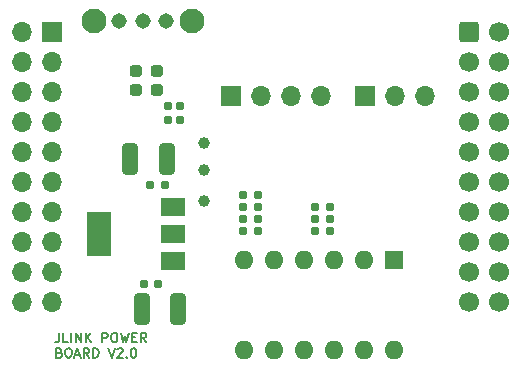
<source format=gbr>
%TF.GenerationSoftware,KiCad,Pcbnew,7.0.6*%
%TF.CreationDate,2024-02-05T23:01:21+08:00*%
%TF.ProjectId,jlink_power,6a6c696e-6b5f-4706-9f77-65722e6b6963,rev?*%
%TF.SameCoordinates,Original*%
%TF.FileFunction,Soldermask,Top*%
%TF.FilePolarity,Negative*%
%FSLAX46Y46*%
G04 Gerber Fmt 4.6, Leading zero omitted, Abs format (unit mm)*
G04 Created by KiCad (PCBNEW 7.0.6) date 2024-02-05 23:01:21*
%MOMM*%
%LPD*%
G01*
G04 APERTURE LIST*
G04 Aperture macros list*
%AMRoundRect*
0 Rectangle with rounded corners*
0 $1 Rounding radius*
0 $2 $3 $4 $5 $6 $7 $8 $9 X,Y pos of 4 corners*
0 Add a 4 corners polygon primitive as box body*
4,1,4,$2,$3,$4,$5,$6,$7,$8,$9,$2,$3,0*
0 Add four circle primitives for the rounded corners*
1,1,$1+$1,$2,$3*
1,1,$1+$1,$4,$5*
1,1,$1+$1,$6,$7*
1,1,$1+$1,$8,$9*
0 Add four rect primitives between the rounded corners*
20,1,$1+$1,$2,$3,$4,$5,0*
20,1,$1+$1,$4,$5,$6,$7,0*
20,1,$1+$1,$6,$7,$8,$9,0*
20,1,$1+$1,$8,$9,$2,$3,0*%
G04 Aperture macros list end*
%ADD10C,0.200000*%
%ADD11O,1.700000X1.700000*%
%ADD12R,1.700000X1.700000*%
%ADD13C,1.000000*%
%ADD14RoundRect,0.160000X0.160000X-0.197500X0.160000X0.197500X-0.160000X0.197500X-0.160000X-0.197500X0*%
%ADD15RoundRect,0.237500X0.287500X0.237500X-0.287500X0.237500X-0.287500X-0.237500X0.287500X-0.237500X0*%
%ADD16C,1.700000*%
%ADD17RoundRect,0.250000X-0.600000X-0.600000X0.600000X-0.600000X0.600000X0.600000X-0.600000X0.600000X0*%
%ADD18C,2.100000*%
%ADD19C,1.308000*%
%ADD20R,1.600000X1.600000*%
%ADD21O,1.600000X1.600000*%
%ADD22R,2.000000X1.500000*%
%ADD23R,2.000000X3.800000*%
%ADD24RoundRect,0.160000X0.197500X0.160000X-0.197500X0.160000X-0.197500X-0.160000X0.197500X-0.160000X0*%
%ADD25RoundRect,0.160000X-0.197500X-0.160000X0.197500X-0.160000X0.197500X0.160000X-0.197500X0.160000X0*%
%ADD26RoundRect,0.250000X-0.400000X-1.075000X0.400000X-1.075000X0.400000X1.075000X-0.400000X1.075000X0*%
%ADD27RoundRect,0.250000X0.400000X1.075000X-0.400000X1.075000X-0.400000X-1.075000X0.400000X-1.075000X0*%
G04 APERTURE END LIST*
D10*
X54398625Y-96863695D02*
X54398625Y-97435123D01*
X54398625Y-97435123D02*
X54360530Y-97549409D01*
X54360530Y-97549409D02*
X54284339Y-97625600D01*
X54284339Y-97625600D02*
X54170054Y-97663695D01*
X54170054Y-97663695D02*
X54093863Y-97663695D01*
X55160530Y-97663695D02*
X54779578Y-97663695D01*
X54779578Y-97663695D02*
X54779578Y-96863695D01*
X55427197Y-97663695D02*
X55427197Y-96863695D01*
X55808149Y-97663695D02*
X55808149Y-96863695D01*
X55808149Y-96863695D02*
X56265292Y-97663695D01*
X56265292Y-97663695D02*
X56265292Y-96863695D01*
X56646244Y-97663695D02*
X56646244Y-96863695D01*
X57103387Y-97663695D02*
X56760529Y-97206552D01*
X57103387Y-96863695D02*
X56646244Y-97320838D01*
X58055768Y-97663695D02*
X58055768Y-96863695D01*
X58055768Y-96863695D02*
X58360530Y-96863695D01*
X58360530Y-96863695D02*
X58436720Y-96901790D01*
X58436720Y-96901790D02*
X58474815Y-96939885D01*
X58474815Y-96939885D02*
X58512911Y-97016076D01*
X58512911Y-97016076D02*
X58512911Y-97130361D01*
X58512911Y-97130361D02*
X58474815Y-97206552D01*
X58474815Y-97206552D02*
X58436720Y-97244647D01*
X58436720Y-97244647D02*
X58360530Y-97282742D01*
X58360530Y-97282742D02*
X58055768Y-97282742D01*
X59008149Y-96863695D02*
X59160530Y-96863695D01*
X59160530Y-96863695D02*
X59236720Y-96901790D01*
X59236720Y-96901790D02*
X59312911Y-96977980D01*
X59312911Y-96977980D02*
X59351006Y-97130361D01*
X59351006Y-97130361D02*
X59351006Y-97397028D01*
X59351006Y-97397028D02*
X59312911Y-97549409D01*
X59312911Y-97549409D02*
X59236720Y-97625600D01*
X59236720Y-97625600D02*
X59160530Y-97663695D01*
X59160530Y-97663695D02*
X59008149Y-97663695D01*
X59008149Y-97663695D02*
X58931958Y-97625600D01*
X58931958Y-97625600D02*
X58855768Y-97549409D01*
X58855768Y-97549409D02*
X58817672Y-97397028D01*
X58817672Y-97397028D02*
X58817672Y-97130361D01*
X58817672Y-97130361D02*
X58855768Y-96977980D01*
X58855768Y-96977980D02*
X58931958Y-96901790D01*
X58931958Y-96901790D02*
X59008149Y-96863695D01*
X59617672Y-96863695D02*
X59808148Y-97663695D01*
X59808148Y-97663695D02*
X59960529Y-97092266D01*
X59960529Y-97092266D02*
X60112910Y-97663695D01*
X60112910Y-97663695D02*
X60303387Y-96863695D01*
X60608149Y-97244647D02*
X60874815Y-97244647D01*
X60989101Y-97663695D02*
X60608149Y-97663695D01*
X60608149Y-97663695D02*
X60608149Y-96863695D01*
X60608149Y-96863695D02*
X60989101Y-96863695D01*
X61789102Y-97663695D02*
X61522435Y-97282742D01*
X61331959Y-97663695D02*
X61331959Y-96863695D01*
X61331959Y-96863695D02*
X61636721Y-96863695D01*
X61636721Y-96863695D02*
X61712911Y-96901790D01*
X61712911Y-96901790D02*
X61751006Y-96939885D01*
X61751006Y-96939885D02*
X61789102Y-97016076D01*
X61789102Y-97016076D02*
X61789102Y-97130361D01*
X61789102Y-97130361D02*
X61751006Y-97206552D01*
X61751006Y-97206552D02*
X61712911Y-97244647D01*
X61712911Y-97244647D02*
X61636721Y-97282742D01*
X61636721Y-97282742D02*
X61331959Y-97282742D01*
X54436720Y-98532647D02*
X54551006Y-98570742D01*
X54551006Y-98570742D02*
X54589101Y-98608838D01*
X54589101Y-98608838D02*
X54627197Y-98685028D01*
X54627197Y-98685028D02*
X54627197Y-98799314D01*
X54627197Y-98799314D02*
X54589101Y-98875504D01*
X54589101Y-98875504D02*
X54551006Y-98913600D01*
X54551006Y-98913600D02*
X54474816Y-98951695D01*
X54474816Y-98951695D02*
X54170054Y-98951695D01*
X54170054Y-98951695D02*
X54170054Y-98151695D01*
X54170054Y-98151695D02*
X54436720Y-98151695D01*
X54436720Y-98151695D02*
X54512911Y-98189790D01*
X54512911Y-98189790D02*
X54551006Y-98227885D01*
X54551006Y-98227885D02*
X54589101Y-98304076D01*
X54589101Y-98304076D02*
X54589101Y-98380266D01*
X54589101Y-98380266D02*
X54551006Y-98456457D01*
X54551006Y-98456457D02*
X54512911Y-98494552D01*
X54512911Y-98494552D02*
X54436720Y-98532647D01*
X54436720Y-98532647D02*
X54170054Y-98532647D01*
X55122435Y-98151695D02*
X55274816Y-98151695D01*
X55274816Y-98151695D02*
X55351006Y-98189790D01*
X55351006Y-98189790D02*
X55427197Y-98265980D01*
X55427197Y-98265980D02*
X55465292Y-98418361D01*
X55465292Y-98418361D02*
X55465292Y-98685028D01*
X55465292Y-98685028D02*
X55427197Y-98837409D01*
X55427197Y-98837409D02*
X55351006Y-98913600D01*
X55351006Y-98913600D02*
X55274816Y-98951695D01*
X55274816Y-98951695D02*
X55122435Y-98951695D01*
X55122435Y-98951695D02*
X55046244Y-98913600D01*
X55046244Y-98913600D02*
X54970054Y-98837409D01*
X54970054Y-98837409D02*
X54931958Y-98685028D01*
X54931958Y-98685028D02*
X54931958Y-98418361D01*
X54931958Y-98418361D02*
X54970054Y-98265980D01*
X54970054Y-98265980D02*
X55046244Y-98189790D01*
X55046244Y-98189790D02*
X55122435Y-98151695D01*
X55770053Y-98723123D02*
X56151006Y-98723123D01*
X55693863Y-98951695D02*
X55960530Y-98151695D01*
X55960530Y-98151695D02*
X56227196Y-98951695D01*
X56951006Y-98951695D02*
X56684339Y-98570742D01*
X56493863Y-98951695D02*
X56493863Y-98151695D01*
X56493863Y-98151695D02*
X56798625Y-98151695D01*
X56798625Y-98151695D02*
X56874815Y-98189790D01*
X56874815Y-98189790D02*
X56912910Y-98227885D01*
X56912910Y-98227885D02*
X56951006Y-98304076D01*
X56951006Y-98304076D02*
X56951006Y-98418361D01*
X56951006Y-98418361D02*
X56912910Y-98494552D01*
X56912910Y-98494552D02*
X56874815Y-98532647D01*
X56874815Y-98532647D02*
X56798625Y-98570742D01*
X56798625Y-98570742D02*
X56493863Y-98570742D01*
X57293863Y-98951695D02*
X57293863Y-98151695D01*
X57293863Y-98151695D02*
X57484339Y-98151695D01*
X57484339Y-98151695D02*
X57598625Y-98189790D01*
X57598625Y-98189790D02*
X57674815Y-98265980D01*
X57674815Y-98265980D02*
X57712910Y-98342171D01*
X57712910Y-98342171D02*
X57751006Y-98494552D01*
X57751006Y-98494552D02*
X57751006Y-98608838D01*
X57751006Y-98608838D02*
X57712910Y-98761219D01*
X57712910Y-98761219D02*
X57674815Y-98837409D01*
X57674815Y-98837409D02*
X57598625Y-98913600D01*
X57598625Y-98913600D02*
X57484339Y-98951695D01*
X57484339Y-98951695D02*
X57293863Y-98951695D01*
X58589101Y-98151695D02*
X58855768Y-98951695D01*
X58855768Y-98951695D02*
X59122434Y-98151695D01*
X59351005Y-98227885D02*
X59389101Y-98189790D01*
X59389101Y-98189790D02*
X59465291Y-98151695D01*
X59465291Y-98151695D02*
X59655767Y-98151695D01*
X59655767Y-98151695D02*
X59731958Y-98189790D01*
X59731958Y-98189790D02*
X59770053Y-98227885D01*
X59770053Y-98227885D02*
X59808148Y-98304076D01*
X59808148Y-98304076D02*
X59808148Y-98380266D01*
X59808148Y-98380266D02*
X59770053Y-98494552D01*
X59770053Y-98494552D02*
X59312910Y-98951695D01*
X59312910Y-98951695D02*
X59808148Y-98951695D01*
X60151006Y-98875504D02*
X60189101Y-98913600D01*
X60189101Y-98913600D02*
X60151006Y-98951695D01*
X60151006Y-98951695D02*
X60112910Y-98913600D01*
X60112910Y-98913600D02*
X60151006Y-98875504D01*
X60151006Y-98875504D02*
X60151006Y-98951695D01*
X60684339Y-98151695D02*
X60760529Y-98151695D01*
X60760529Y-98151695D02*
X60836720Y-98189790D01*
X60836720Y-98189790D02*
X60874815Y-98227885D01*
X60874815Y-98227885D02*
X60912910Y-98304076D01*
X60912910Y-98304076D02*
X60951005Y-98456457D01*
X60951005Y-98456457D02*
X60951005Y-98646933D01*
X60951005Y-98646933D02*
X60912910Y-98799314D01*
X60912910Y-98799314D02*
X60874815Y-98875504D01*
X60874815Y-98875504D02*
X60836720Y-98913600D01*
X60836720Y-98913600D02*
X60760529Y-98951695D01*
X60760529Y-98951695D02*
X60684339Y-98951695D01*
X60684339Y-98951695D02*
X60608148Y-98913600D01*
X60608148Y-98913600D02*
X60570053Y-98875504D01*
X60570053Y-98875504D02*
X60531958Y-98799314D01*
X60531958Y-98799314D02*
X60493862Y-98646933D01*
X60493862Y-98646933D02*
X60493862Y-98456457D01*
X60493862Y-98456457D02*
X60531958Y-98304076D01*
X60531958Y-98304076D02*
X60570053Y-98227885D01*
X60570053Y-98227885D02*
X60608148Y-98189790D01*
X60608148Y-98189790D02*
X60684339Y-98151695D01*
D11*
%TO.C,J4*%
X85359000Y-76835000D03*
X82819000Y-76835000D03*
D12*
X80279000Y-76835000D03*
%TD*%
D13*
%TO.C,GND*%
X66675000Y-83058000D03*
%TD*%
%TO.C,LDO*%
X66675000Y-85725000D03*
%TD*%
%TO.C,5V*%
X66675000Y-80772000D03*
%TD*%
D14*
%TO.C,R9*%
X63627000Y-77634500D03*
X63627000Y-78829500D03*
%TD*%
D15*
%TO.C,D2*%
X62710000Y-76327000D03*
X60960000Y-76327000D03*
%TD*%
%TO.C,D1*%
X62710000Y-74676000D03*
X60960000Y-74676000D03*
%TD*%
D14*
%TO.C,R8*%
X64643000Y-77634500D03*
X64643000Y-78829500D03*
%TD*%
D16*
%TO.C,J2*%
X91694000Y-94234000D03*
X89154000Y-94234000D03*
X91694000Y-91694000D03*
X89154000Y-91694000D03*
X91694000Y-89154000D03*
X89154000Y-89154000D03*
X91694000Y-86614000D03*
X89154000Y-86614000D03*
X91694000Y-84074000D03*
X89154000Y-84074000D03*
X91694000Y-81534000D03*
X89154000Y-81534000D03*
X91694000Y-78994000D03*
X89154000Y-78994000D03*
X91694000Y-76454000D03*
X89154000Y-76454000D03*
X91694000Y-73914000D03*
X89154000Y-73914000D03*
X91694000Y-71374000D03*
D17*
X89154000Y-71374000D03*
%TD*%
D18*
%TO.C,U1*%
X57350000Y-70485000D03*
X65650000Y-70485000D03*
D19*
X61500000Y-70485000D03*
X59500000Y-70485000D03*
X63500000Y-70485000D03*
%TD*%
D20*
%TO.C,SW2*%
X82804000Y-90678000D03*
D21*
X80264000Y-90678000D03*
X77724000Y-90678000D03*
X75184000Y-90678000D03*
X72644000Y-90678000D03*
X70104000Y-90678000D03*
X70104000Y-98298000D03*
X72644000Y-98298000D03*
X75184000Y-98298000D03*
X77724000Y-98298000D03*
X80264000Y-98298000D03*
X82804000Y-98298000D03*
%TD*%
D22*
%TO.C,U2*%
X64072500Y-86219000D03*
X64072500Y-88519000D03*
D23*
X57772500Y-88519000D03*
D22*
X64072500Y-90819000D03*
%TD*%
D24*
%TO.C,R7*%
X71209500Y-85217000D03*
X70014500Y-85217000D03*
%TD*%
D25*
%TO.C,R6*%
X71209500Y-86233000D03*
X70014500Y-86233000D03*
%TD*%
D24*
%TO.C,R5*%
X70014500Y-88265000D03*
X71209500Y-88265000D03*
%TD*%
%TO.C,R4*%
X71209500Y-87249000D03*
X70014500Y-87249000D03*
%TD*%
%TO.C,R3*%
X76110500Y-88265000D03*
X77305500Y-88265000D03*
%TD*%
%TO.C,R2*%
X76110500Y-87249000D03*
X77305500Y-87249000D03*
%TD*%
%TO.C,R1*%
X77305500Y-86233000D03*
X76110500Y-86233000D03*
%TD*%
D11*
%TO.C,J3*%
X76581000Y-76835000D03*
X74041000Y-76835000D03*
X71501000Y-76835000D03*
D12*
X68961000Y-76835000D03*
%TD*%
D25*
%TO.C,C4*%
X61595000Y-92710000D03*
X62790000Y-92710000D03*
%TD*%
D26*
%TO.C,C3*%
X64504500Y-94869000D03*
X61404500Y-94869000D03*
%TD*%
D24*
%TO.C,C2*%
X62140500Y-84328000D03*
X63335500Y-84328000D03*
%TD*%
D27*
%TO.C,C1*%
X60426000Y-82169000D03*
X63526000Y-82169000D03*
%TD*%
D12*
%TO.C,J1*%
X53848000Y-71354000D03*
D11*
X51308000Y-71354000D03*
X53848000Y-73894000D03*
X51308000Y-73894000D03*
X53848000Y-76434000D03*
X51308000Y-76434000D03*
X53848000Y-78974000D03*
X51308000Y-78974000D03*
X53848000Y-81514000D03*
X51308000Y-81514000D03*
X53848000Y-84054000D03*
X51308000Y-84054000D03*
X53848000Y-86594000D03*
X51308000Y-86594000D03*
X53848000Y-89134000D03*
X51308000Y-89134000D03*
X53848000Y-91674000D03*
X51308000Y-91674000D03*
X53848000Y-94214000D03*
X51308000Y-94214000D03*
%TD*%
M02*

</source>
